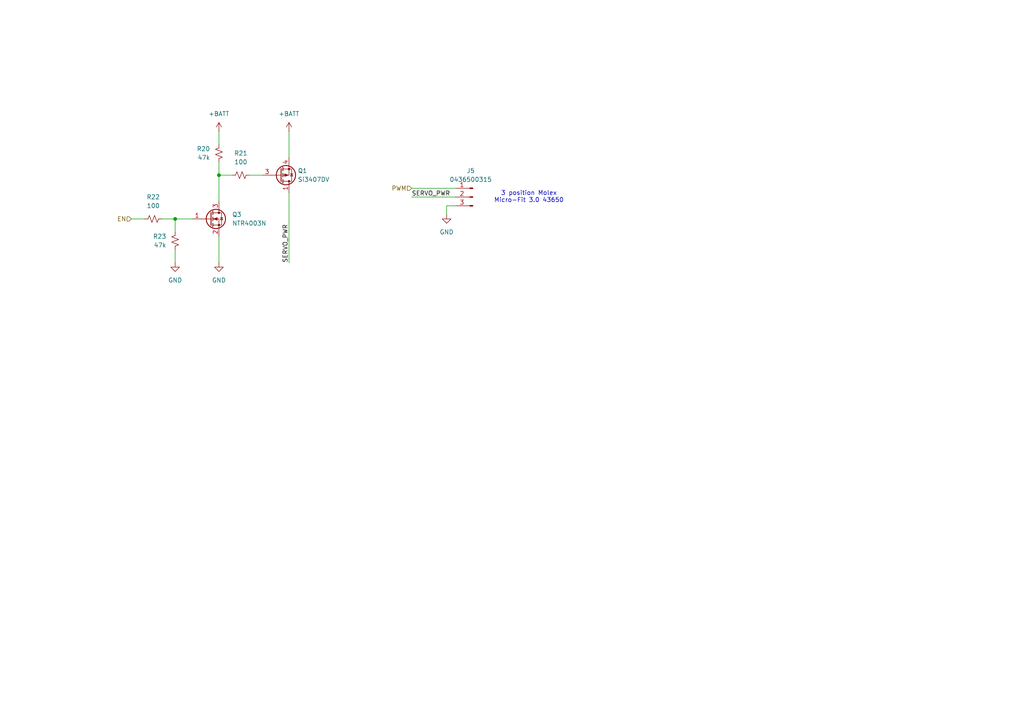
<source format=kicad_sch>
(kicad_sch (version 20250114) (generator "eeschema") (generator_version "9.0")
  (paper "A4")
  (lib_symbols
    (symbol "Connector:Conn_01x03_Pin" (pin_names (offset 1.016) (hide yes))
      (property "Reference" "J" (at 0 5.08 0))
      (property "Value" "Conn_01x03_Pin" (at 0 -5.08 0))
      (symbol "Conn_01x03_Pin_1_1"
        (rectangle (start 0.8636 2.667) (end 0 2.413) (stroke (width 0.1524)) (fill (type outline)))
        (rectangle (start 0.8636 0.127) (end 0 -0.127) (stroke (width 0.1524)) (fill (type outline)))
        (rectangle (start 0.8636 -2.413) (end 0 -2.667) (stroke (width 0.1524)) (fill (type outline)))
        (polyline (pts (xy 1.27 2.54) (xy 0.8636 2.54)) (stroke (width 0.1524)))
        (polyline (pts (xy 1.27 0) (xy 0.8636 0)) (stroke (width 0.1524)))
        (polyline (pts (xy 1.27 -2.54) (xy 0.8636 -2.54)) (stroke (width 0.1524)))
        (pin passive line (at 5.08 2.54 180) (length 3.81) (name "Pin_1") (number "1"))
        (pin passive line (at 5.08 0 180) (length 3.81) (name "Pin_2") (number "2"))
        (pin passive line (at 5.08 -2.54 180) (length 3.81) (name "Pin_3") (number "3"))
      )
    )
    (symbol "Device:R_Small_US" (pin_numbers (hide yes)) (pin_names (offset 0.254) (hide yes))
      (property "Reference" "R" (at 0.762 0.508 0))
      (property "Value" "R_Small_US" (at 0.762 -1.016 0))
      (symbol "R_Small_US_1_1"
        (polyline (pts (xy 0 1.524) (xy 1.016 1.143) (xy 0 0.762) (xy -1.016 0.381) (xy 0 0)))
        (polyline (pts (xy 0 0) (xy 1.016 -0.381) (xy 0 -0.762) (xy -1.016 -1.143) (xy 0 -1.524)))
        (pin passive line (at 0 2.54 270) (length 1.016) (name "~") (number "1"))
        (pin passive line (at 0 -2.54 90) (length 1.016) (name "~") (number "2"))
      )
    )
    (symbol "Transistor_FET:Q_NMOS_GSD" (pin_names (offset 0) (hide yes))
      (property "Reference" "Q" (at 5.08 1.905 0))
      (property "Value" "Q_NMOS_GSD" (at 5.08 0 0))
      (symbol "Q_NMOS_GSD_0_1"
        (polyline (pts (xy 0.254 1.905) (xy 0.254 -1.905)) (stroke (width 0.254)))
        (polyline (pts (xy 0.254 0) (xy -2.54 0)))
        (polyline (pts (xy 0.762 2.286) (xy 0.762 1.27)) (stroke (width 0.254)))
        (polyline (pts (xy 0.762 0.508) (xy 0.762 -0.508)) (stroke (width 0.254)))
        (polyline (pts (xy 0.762 -1.27) (xy 0.762 -2.286)) (stroke (width 0.254)))
        (polyline (pts (xy 0.762 -1.778) (xy 3.302 -1.778) (xy 3.302 1.778) (xy 0.762 1.778)))
        (polyline (pts (xy 1.016 0) (xy 2.032 0.381) (xy 2.032 -0.381) (xy 1.016 0)) (fill (type outline)))
        (circle (center 1.651 0) (radius 2.794) (stroke (width 0.254)))
        (polyline (pts (xy 2.54 2.54) (xy 2.54 1.778)))
        (circle (center 2.54 1.778) (radius 0.254) (fill (type outline)))
        (circle (center 2.54 -1.778) (radius 0.254) (fill (type outline)))
        (polyline (pts (xy 2.54 -2.54) (xy 2.54 0) (xy 0.762 0)))
        (polyline (pts (xy 2.921 0.381) (xy 3.683 0.381)))
        (polyline (pts (xy 3.302 0.381) (xy 2.921 -0.254) (xy 3.683 -0.254) (xy 3.302 0.381)))
      )
      (symbol "Q_NMOS_GSD_1_1"
        (pin input line (at -5.08 0 0) (length 2.54) (name "G") (number "1"))
        (pin passive line (at 2.54 5.08 270) (length 2.54) (name "D") (number "3"))
        (pin passive line (at 2.54 -5.08 90) (length 2.54) (name "S") (number "2"))
      )
    )
    (symbol "Vishay_FET:Si3407DV" (pin_names (hide yes))
      (property "Reference" "Q" (at 5.08 1.27 0))
      (property "Value" "Si3407DV" (at 5.08 -1.27 0))
      (symbol "Si3407DV_0_0"
        (pin input line (at -5.08 0 0) (length 2.54) (name "G") (number "3"))
        (pin passive line (at 2.54 5.08 270) (length 2.54) (name "S") (number "4"))
        (pin passive line (at 2.54 -5.08 90) (length 2.54) (name "D") (number "1"))
        (pin passive line (at 2.54 -5.08 90) (length 2.54) (hide yes) (name "D") (number "2"))
        (pin passive line (at 2.54 -5.08 90) (length 2.54) (hide yes) (name "D") (number "5"))
        (pin passive line (at 2.54 -5.08 90) (length 2.54) (hide yes) (name "D") (number "6"))
      )
      (symbol "Si3407DV_0_1"
        (polyline (pts (xy 0.254 0) (xy -2.54 0)))
        (polyline (pts (xy 0.254 -1.905) (xy 0.254 1.905)) (stroke (width 0.254)))
        (polyline (pts (xy 0.762 1.27) (xy 0.762 2.286)) (stroke (width 0.254)))
        (polyline (pts (xy 0.762 -0.508) (xy 0.762 0.508)) (stroke (width 0.254)))
        (polyline (pts (xy 0.762 -1.778) (xy 3.302 -1.778) (xy 3.302 1.778) (xy 0.762 1.778)))
        (polyline (pts (xy 0.762 -2.286) (xy 0.762 -1.27)) (stroke (width 0.254)))
        (circle (center 1.651 0) (radius 2.794) (stroke (width 0.254)))
        (polyline (pts (xy 2.286 0) (xy 1.27 -0.381) (xy 1.27 0.381) (xy 2.286 0)) (fill (type outline)))
        (polyline (pts (xy 2.54 2.54) (xy 2.54 0) (xy 0.762 0)))
        (circle (center 2.54 1.778) (radius 0.254) (fill (type outline)))
        (circle (center 2.54 -1.778) (radius 0.254) (fill (type outline)))
        (polyline (pts (xy 2.54 -2.54) (xy 2.54 -1.778)))
        (polyline (pts (xy 2.921 0.381) (xy 3.683 0.381)))
        (polyline (pts (xy 3.302 0.381) (xy 2.921 -0.254) (xy 3.683 -0.254) (xy 3.302 0.381)))
      )
    )
    (symbol "power:+BATT" (power) (pin_numbers (hide yes)) (pin_names (offset 0) (hide yes))
      (property "Value" "+BATT" (at 0 3.556 0))
      (symbol "+BATT_0_1"
        (polyline (pts (xy -0.762 1.27) (xy 0 2.54)))
        (polyline (pts (xy 0 2.54) (xy 0.762 1.27)))
        (polyline (pts (xy 0 0) (xy 0 2.54)))
      )
      (symbol "+BATT_1_1"
        (pin power_in line (at 0 0 90) (length 0) (name "~") (number "1"))
      )
    )
    (symbol "power:GND" (power) (pin_numbers (hide yes)) (pin_names (offset 0) (hide yes))
      (property "Value" "GND" (at 0 -3.81 0))
      (symbol "GND_0_1"
        (polyline (pts (xy 0 0) (xy 0 -1.27) (xy 1.27 -1.27) (xy 0 -2.54) (xy -1.27 -1.27) (xy 0 -1.27)))
      )
      (symbol "GND_1_1"
        (pin power_in line (at 0 0 270) (length 0) (name "~") (number "1"))
      )
    )
  )
  (text "3 position Molex\nMicro-Fit 3.0 43650" (at 153.416 57.15 0) (effects (font (size 1.27 1.27))))
  (junction (at 63.5 50.8))
  (junction (at 50.8 63.5))
  (wire (pts (xy 63.5 50.8) (xy 63.5 58.42)))
  (wire (pts (xy 132.08 57.15) (xy 119.38 57.15)))
  (wire (pts (xy 38.1 63.5) (xy 41.91 63.5)))
  (wire (pts (xy 63.5 38.1) (xy 63.5 41.91)))
  (wire (pts (xy 50.8 63.5) (xy 50.8 67.31)))
  (wire (pts (xy 50.8 63.5) (xy 55.88 63.5)))
  (wire (pts (xy 132.08 54.61) (xy 119.38 54.61)))
  (wire (pts (xy 46.99 63.5) (xy 50.8 63.5)))
  (wire (pts (xy 72.39 50.8) (xy 76.2 50.8)))
  (wire (pts (xy 83.82 38.1) (xy 83.82 45.72)))
  (wire (pts (xy 50.8 72.39) (xy 50.8 76.2)))
  (wire (pts (xy 63.5 68.58) (xy 63.5 76.2)))
  (wire (pts (xy 129.54 62.23) (xy 129.54 59.69)))
  (wire (pts (xy 129.54 59.69) (xy 132.08 59.69)))
  (wire (pts (xy 63.5 50.8) (xy 67.31 50.8)))
  (wire (pts (xy 63.5 46.99) (xy 63.5 50.8)))
  (wire (pts (xy 83.82 55.88) (xy 83.82 76.2)))
  (label "SERVO_PWR" (at 119.38 57.15 0))
  (label "SERVO_PWR" (at 83.82 76.2 90))
  (hierarchical_label "EN" (shape input) (at 38.1 63.5 180))
  (hierarchical_label "PWM" (shape input) (at 119.38 54.61 180))
  (symbol (lib_id "Device:R_Small_US") (at 63.5 44.45 0) (mirror y) (unit 1)
    (property "Reference" "R20" (at 60.96 43.1799 0) (effects (justify left)))
    (property "Value" "47k" (at 60.96 45.7199 0) (effects (justify left)))
    (property "Description" "Resistor, small US symbol" (effects (hide yes)))
  )
  (symbol (lib_id "Device:R_Small_US") (at 69.85 50.8 90) (unit 1)
    (property "Reference" "R21" (at 69.85 44.45 90))
    (property "Value" "100" (at 69.85 46.99 90))
    (property "Description" "Resistor, small US symbol" (effects (hide yes)))
  )
  (symbol (lib_id "Device:R_Small_US") (at 44.45 63.5 90) (unit 1)
    (property "Reference" "R22" (at 44.45 57.15 90))
    (property "Value" "100" (at 44.45 59.69 90))
    (property "Description" "Resistor, small US symbol" (effects (hide yes)))
  )
  (symbol (lib_id "power:GND") (at 50.8 76.2 0) (unit 1)
    (property "Reference" "#PWR055" (effects (hide yes)))
    (property "Value" "GND" (at 50.8 81.28 0))
    (property "Description" "Power symbol creates a global label with name \"GND\" , ground" (effects (hide yes)))
  )
  (symbol (lib_id "Device:R_Small_US") (at 50.8 69.85 0) (mirror y) (unit 1)
    (property "Reference" "R23" (at 48.26 68.5799 0) (effects (justify left)))
    (property "Value" "47k" (at 48.26 71.1199 0) (effects (justify left)))
    (property "Description" "Resistor, small US symbol" (effects (hide yes)))
  )
  (symbol (lib_id "Transistor_FET:Q_NMOS_GSD") (at 60.96 63.5 0) (unit 1)
    (property "Reference" "Q3" (at 67.31 62.2299 0) (effects (justify left)))
    (property "Value" "NTR4003N" (at 67.31 64.7699 0) (effects (justify left)))
    (property "Footprint" "Package_TO_SOT_SMD:SOT-23-3" (effects (hide yes)))
    (property "Description" "N-MOSFET transistor, gate/source/drain" (effects (hide yes)))
    (property "Sim.Library" "kicad-library-sigmondkukla\\spice\\NTR4003N.LIB" (effects (hide yes)))
    (property "Sim.Name" "ntr4003n" (effects (hide yes)))
    (property "Sim.Device" "SUBCKT" (effects (hide yes)))
    (property "Sim.Pins" "1=2 2=3 3=1" (effects (hide yes)))
  )
  (symbol (lib_id "power:GND") (at 129.54 62.23 0) (mirror y) (unit 1)
    (property "Reference" "#PWR046" (effects (hide yes)))
    (property "Value" "GND" (at 129.54 67.31 0))
    (property "Description" "Power symbol creates a global label with name \"GND\" , ground" (effects (hide yes)))
  )
  (symbol (lib_id "power:+BATT") (at 83.82 38.1 0) (unit 1)
    (property "Reference" "#PWR050" (effects (hide yes)))
    (property "Value" "+BATT" (at 83.82 33.02 0))
    (property "Description" "Power symbol creates a global label with name \"+BATT\"" (effects (hide yes)))
  )
  (symbol (lib_id "Connector:Conn_01x03_Pin") (at 137.16 57.15 0) (mirror y) (unit 1)
    (property "Reference" "J5" (at 136.525 49.53 0))
    (property "Value" "0436500315" (at 136.525 52.07 0))
    (property "Description" "Generic connector, single row, 01x03, script generated" (effects (hide yes)))
  )
  (symbol (lib_id "Vishay_FET:Si3407DV") (at 81.28 50.8 0) (unit 1)
    (property "Reference" "Q1" (at 86.36 49.53 0) (effects (justify left)))
    (property "Value" "Si3407DV" (at 86.36 52.07 0) (effects (justify left)))
    (property "Footprint" "Package_SO:TSOP-6_1.65x3.05mm_P0.95mm" (effects (hide yes)))
    (property "Datasheet" "https://www.vishay.com/docs/69987/si3407dv.pdf" (effects (hide yes)))
    (property "Description" "P-Channel 20-V (D-S) MOSFET 24mOhm Rds(on) 8A Vishay Siliconix" (effects (hide yes)))
  )
  (symbol (lib_id "power:+BATT") (at 63.5 38.1 0) (unit 1)
    (property "Reference" "#PWR054" (effects (hide yes)))
    (property "Value" "+BATT" (at 63.5 33.02 0))
    (property "Description" "Power symbol creates a global label with name \"+BATT\"" (effects (hide yes)))
  )
  (symbol (lib_id "power:GND") (at 63.5 76.2 0) (unit 1)
    (property "Reference" "#PWR051" (effects (hide yes)))
    (property "Value" "GND" (at 63.5 81.28 0))
    (property "Description" "Power symbol creates a global label with name \"GND\" , ground" (effects (hide yes)))
  )
)
</source>
